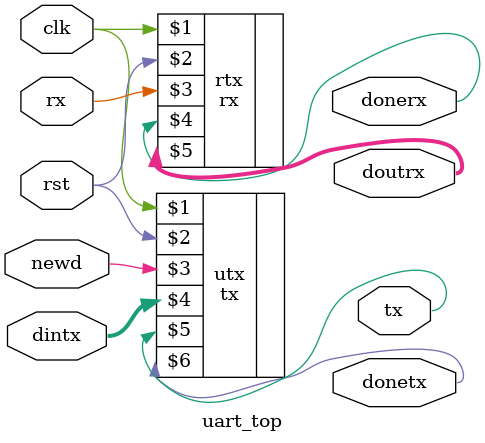
<source format=sv>
`timescale 1ns / 1ps

module uart_top #(
parameter clk_freq = 1000000,

parameter baud_rate=9600
       )
    (
    input clk,rst,
    input rx,
    input [7:0] dintx,
    input newd,
    output tx,output [7:0] doutrx,
    output donetx,
    output donerx
   );
tx #(clk_freq,baud_rate) utx(clk ,rst,newd,dintx,tx,donetx);
rx # (clk_freq,baud_rate) rtx(clk,rst,rx,donerx,doutrx);
endmodule
</source>
